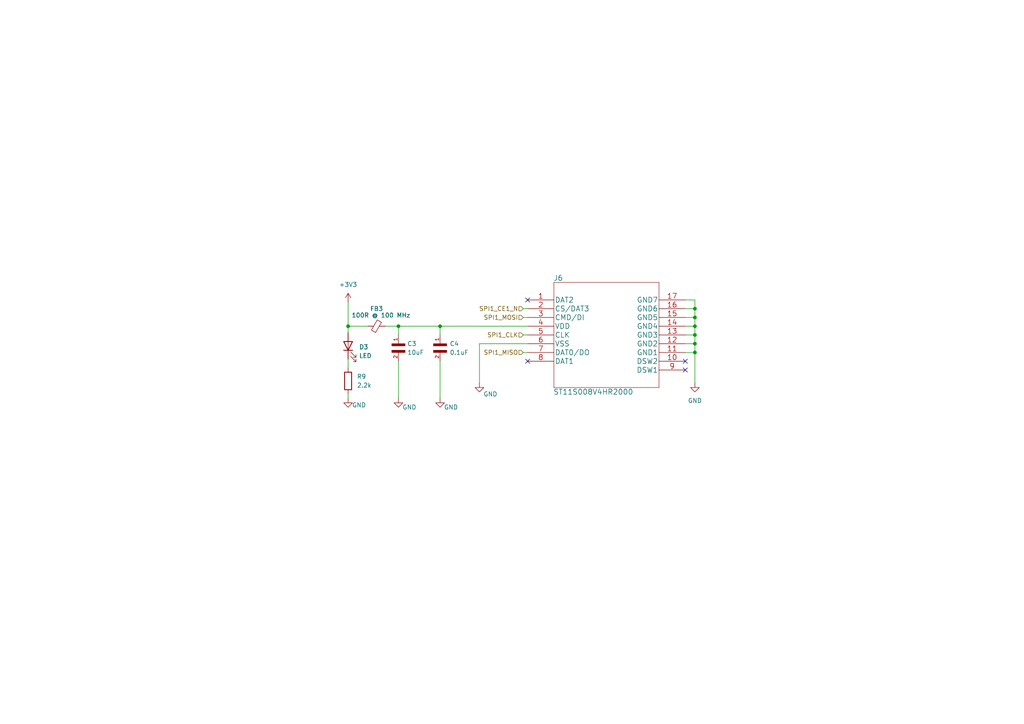
<source format=kicad_sch>
(kicad_sch (version 20211123) (generator eeschema)
  (paper "A4")
  (lib_symbols
    (symbol "Buffer:ST11S008V4HR2000" (pin_names (offset 0.254))
      (property "Reference" "J2" (at 22.86 10.414 0))
      (property "Value" "ST11S008V4HR2000" (at 22.86 6.604 0))
      (symbol "ST11S008V4HR2000_1_1"
        (polyline (pts (xy 7.62 -25.4) (xy 38.1 -25.4)) (stroke (width 0.127)))
        (polyline (pts (xy 7.62 5.08) (xy 7.62 -25.4)) (stroke (width 0.127)))
        (polyline (pts (xy 38.1 -25.4) (xy 38.1 5.08)) (stroke (width 0.127)))
        (polyline (pts (xy 38.1 5.08) (xy 7.62 5.08)) (stroke (width 0.127)))
        (pin bidirectional line (at 0 0 0) (length 7.62) (name "DAT2") (number "1"))
        (pin bidirectional line (at 45.72 -17.78 180) (length 7.62) (name "DSW2") (number "10"))
        (pin power_in line (at 45.72 -15.24 180) (length 7.62) (name "GND1") (number "11"))
        (pin power_in line (at 45.72 -12.7 180) (length 7.62) (name "GND2") (number "12"))
        (pin power_in line (at 45.72 -10.16 180) (length 7.62) (name "GND3") (number "13"))
        (pin power_in line (at 45.72 -7.62 180) (length 7.62) (name "GND4") (number "14"))
        (pin power_in line (at 45.72 -5.08 180) (length 7.62) (name "GND5") (number "15"))
        (pin power_in line (at 45.72 -2.54 180) (length 7.62) (name "GND6") (number "16"))
        (pin power_in line (at 45.72 0 180) (length 7.62) (name "GND7") (number "17"))
        (pin unspecified line (at 0 -2.54 0) (length 7.62) (name "CS/DAT3") (number "2"))
        (pin unspecified line (at 0 -5.08 0) (length 7.62) (name "CMD/DI") (number "3"))
        (pin power_in line (at 0 -7.62 0) (length 7.62) (name "VDD") (number "4"))
        (pin unspecified line (at 0 -10.16 0) (length 7.62) (name "CLK") (number "5"))
        (pin power_in line (at 0 -12.7 0) (length 7.62) (name "VSS") (number "6"))
        (pin bidirectional line (at 0 -15.24 0) (length 7.62) (name "DAT0/DO") (number "7"))
        (pin bidirectional line (at 0 -17.78 0) (length 7.62) (name "DAT1") (number "8"))
        (pin bidirectional line (at 45.72 -20.32 180) (length 7.62) (name "DSW1") (number "9"))
      )
    )
    (symbol "Daughterboard_Symbols:CL10B104KB8NNNL" (pin_names (offset 1.016) hide)
      (property "Reference" "C" (at 0 3.81 0))
      (property "Value" "CL10B104KB8NNNL" (at 0 -5.08 0))
      (symbol "CL10B104KB8NNNL_0_0"
        (rectangle (start 0 -1.905) (end 0.635 1.905) (fill (type outline)))
        (rectangle (start 1.905 -1.905) (end 2.54 1.905) (fill (type outline)))
        (pin passive line (at -2.54 0 0) (length 2.54) (name "~") (number "1"))
        (pin passive line (at 5.08 0 180) (length 2.54) (name "~") (number "2"))
      )
    )
    (symbol "Device:FerriteBead_Small" (pin_numbers hide) (pin_names (offset 0))
      (property "Reference" "FB" (at 1.905 1.27 0))
      (property "Value" "FerriteBead_Small" (at 1.905 -1.27 0))
      (symbol "FerriteBead_Small_0_1"
        (polyline (pts (xy 0 -1.27) (xy 0 -0.7874)))
        (polyline (pts (xy 0 0.889) (xy 0 1.2954)))
        (polyline (pts (xy -1.8288 0.2794) (xy -1.1176 1.4986) (xy 1.8288 -0.2032) (xy 1.1176 -1.4224) (xy -1.8288 0.2794)))
      )
      (symbol "FerriteBead_Small_1_1"
        (pin passive line (at 0 2.54 270) (length 1.27) (name "~") (number "1"))
        (pin passive line (at 0 -2.54 90) (length 1.27) (name "~") (number "2"))
      )
    )
    (symbol "Device:LED" (pin_numbers hide) (pin_names (offset 1.016) hide)
      (property "Reference" "D" (at 0 2.54 0))
      (property "Value" "LED" (at 0 -2.54 0))
      (symbol "LED_0_1"
        (polyline (pts (xy -1.27 -1.27) (xy -1.27 1.27)) (stroke (width 0.254)))
        (polyline (pts (xy -1.27 0) (xy 1.27 0)))
        (polyline (pts (xy 1.27 -1.27) (xy 1.27 1.27) (xy -1.27 0) (xy 1.27 -1.27)) (stroke (width 0.254)))
        (polyline (pts (xy -3.048 -0.762) (xy -4.572 -2.286) (xy -3.81 -2.286) (xy -4.572 -2.286) (xy -4.572 -1.524)))
        (polyline (pts (xy -1.778 -0.762) (xy -3.302 -2.286) (xy -2.54 -2.286) (xy -3.302 -2.286) (xy -3.302 -1.524)))
      )
      (symbol "LED_1_1"
        (pin passive line (at -3.81 0 0) (length 2.54) (name "K") (number "1"))
        (pin passive line (at 3.81 0 180) (length 2.54) (name "A") (number "2"))
      )
    )
    (symbol "Device:R" (pin_numbers hide) (pin_names (offset 0))
      (property "Reference" "R" (at 2.032 0 90))
      (property "Value" "R" (at 0 0 90))
      (symbol "R_0_1"
        (rectangle (start -1.016 -2.54) (end 1.016 2.54) (stroke (width 0.254)))
      )
      (symbol "R_1_1"
        (pin passive line (at 0 3.81 270) (length 1.27) (name "~") (number "1"))
        (pin passive line (at 0 -3.81 90) (length 1.27) (name "~") (number "2"))
      )
    )
    (symbol "power:+3V3" (power) (pin_names (offset 0))
      (property "Value" "+3V3" (at 0 3.556 0))
      (symbol "+3V3_0_1"
        (polyline (pts (xy -0.762 1.27) (xy 0 2.54)))
        (polyline (pts (xy 0 0) (xy 0 2.54)))
        (polyline (pts (xy 0 2.54) (xy 0.762 1.27)))
      )
      (symbol "+3V3_1_1"
        (pin power_in line (at 0 0 90) (length 0) hide (name "+3V3") (number "1"))
      )
    )
    (symbol "power:GND" (power) (pin_names (offset 0))
      (property "Value" "GND" (at 0 -3.81 0))
      (symbol "GND_0_1"
        (polyline (pts (xy 0 0) (xy 0 -1.27) (xy 1.27 -1.27) (xy 0 -2.54) (xy -1.27 -1.27) (xy 0 -1.27)))
      )
      (symbol "GND_1_1"
        (pin power_in line (at 0 0 270) (length 0) hide (name "GND") (number "1"))
      )
    )
  )
  (junction (at 201.549 92.075))
  (junction (at 201.549 99.695))
  (junction (at 115.57 94.615))
  (junction (at 127.635 94.615))
  (junction (at 201.549 102.235))
  (junction (at 100.965 94.615))
  (junction (at 201.549 89.535))
  (junction (at 201.549 97.155))
  (junction (at 201.549 94.615))
  (no_connect (at 198.755 104.775))
  (no_connect (at 153.035 86.995))
  (no_connect (at 153.035 104.775))
  (no_connect (at 198.755 107.315))
  (wire (pts (xy 100.965 114.3) (xy 100.965 115.57)))
  (wire (pts (xy 139.065 99.695) (xy 139.065 111.125)))
  (wire (pts (xy 201.549 102.235) (xy 201.549 111.125)))
  (wire (pts (xy 198.755 97.155) (xy 201.549 97.155)))
  (wire (pts (xy 153.035 99.695) (xy 139.065 99.695)))
  (wire (pts (xy 100.965 104.14) (xy 100.965 106.68)))
  (wire (pts (xy 198.755 92.075) (xy 201.549 92.075)))
  (wire (pts (xy 100.965 94.615) (xy 106.68 94.615)))
  (wire (pts (xy 151.765 89.535) (xy 153.035 89.535)))
  (wire (pts (xy 115.57 94.615) (xy 127.635 94.615)))
  (wire (pts (xy 198.755 102.235) (xy 201.549 102.235)))
  (wire (pts (xy 201.549 94.615) (xy 201.549 97.155)))
  (wire (pts (xy 201.549 99.695) (xy 201.549 102.235)))
  (wire (pts (xy 111.76 94.615) (xy 115.57 94.615)))
  (wire (pts (xy 127.635 104.775) (xy 127.635 115.57)))
  (wire (pts (xy 198.755 99.695) (xy 201.549 99.695)))
  (wire (pts (xy 201.549 89.535) (xy 201.549 92.075)))
  (wire (pts (xy 127.635 94.615) (xy 127.635 97.155)))
  (wire (pts (xy 151.765 97.155) (xy 153.035 97.155)))
  (wire (pts (xy 198.755 86.995) (xy 201.549 86.995)))
  (wire (pts (xy 115.57 94.615) (xy 115.57 97.155)))
  (wire (pts (xy 100.965 87.63) (xy 100.965 94.615)))
  (wire (pts (xy 201.549 92.075) (xy 201.549 94.615)))
  (wire (pts (xy 115.57 104.775) (xy 115.57 115.57)))
  (wire (pts (xy 100.965 94.615) (xy 100.965 96.52)))
  (wire (pts (xy 201.549 97.155) (xy 201.549 99.695)))
  (wire (pts (xy 151.765 102.235) (xy 153.035 102.235)))
  (wire (pts (xy 198.755 94.615) (xy 201.549 94.615)))
  (wire (pts (xy 151.765 92.075) (xy 153.035 92.075)))
  (wire (pts (xy 127.635 94.615) (xy 153.035 94.615)))
  (wire (pts (xy 201.549 86.995) (xy 201.549 89.535)))
  (wire (pts (xy 198.755 89.535) (xy 201.549 89.535)))
  (hierarchical_label "SPI1_MOSI" (shape input) (at 151.765 92.075 180))
  (hierarchical_label "SPI1_CLK" (shape input) (at 151.765 97.155 180))
  (hierarchical_label "SPI1_CE1_N" (shape input) (at 151.765 89.535 180))
  (hierarchical_label "SPI1_MISO" (shape input) (at 151.765 102.235 180))
  (symbol (lib_id "power:GND") (at 201.549 111.125 0) (unit 1)
    (property "Reference" "#PWR0140" (effects hide))
    (property "Value" "GND" (at 201.549 116.205 0))
  )
  (symbol (lib_id "power:GND") (at 127.635 115.57 0) (unit 1)
    (property "Reference" "#PWR0138" (effects hide))
    (property "Value" "GND" (at 130.81 118.11 0))
  )
  (symbol (lib_id "Device:LED") (at 100.965 100.33 90) (unit 1)
    (property "Reference" "D3" (at 104.14 100.6474 90) (effects (justify right)))
    (property "Value" "LED" (at 104.14 103.1874 90) (effects (justify right)))
    (property "Footprint" "LED_SMD:LED_0603_1608Metric" (effects hide))
  )
  (symbol (lib_id "Daughterboard_Symbols:CL10B104KB8NNNL") (at 115.57 99.695 270) (unit 1)
    (property "Reference" "C3" (at 118.11 99.6949 90) (effects (justify left)))
    (property "Value" "10uF" (at 118.11 102.2349 90) (effects (justify left)))
    (property "Footprint" "Capacitor_SMD:C_0603_1608Metric" (effects hide))
  )
  (symbol (lib_id "power:GND") (at 100.965 115.57 0) (unit 1)
    (property "Reference" "#PWR0130" (effects hide))
    (property "Value" "GND" (at 104.14 117.475 0))
  )
  (symbol (lib_id "Device:R") (at 100.965 110.49 0) (unit 1)
    (property "Reference" "R9" (at 103.505 109.2199 0) (effects (justify left)))
    (property "Value" "2.2k" (at 103.505 111.7599 0) (effects (justify left)))
    (property "Footprint" "Resistor_SMD:R_0603_1608Metric" (effects hide))
  )
  (symbol (lib_id "power:GND") (at 139.065 111.125 0) (unit 1)
    (property "Reference" "#PWR0139" (effects hide))
    (property "Value" "GND" (at 142.24 114.3 0))
  )
  (symbol (lib_id "Daughterboard_Symbols:CL10B104KB8NNNL") (at 127.635 99.695 270) (unit 1)
    (property "Reference" "C4" (at 130.429 99.6949 90) (effects (justify left)))
    (property "Value" "0.1uF" (at 130.429 102.2349 90) (effects (justify left)))
    (property "Footprint" "Capacitor_SMD:C_0603_1608Metric" (effects hide))
  )
  (symbol (lib_id "Buffer:ST11S008V4HR2000") (at 153.035 86.995 0) (unit 1)
    (property "Reference" "J6" (at 161.925 80.645 0) (effects (font (size 1.524 1.524))))
    (property "Value" "ST11S008V4HR2000" (at 172.085 113.665 0) (effects (font (size 1.524 1.524))))
    (property "Footprint" "qset-footprints:ST11S008V4HR2000" (effects hide))
  )
  (symbol (lib_id "Device:FerriteBead_Small") (at 109.22 94.615 90) (unit 1)
    (property "Reference" "FB3" (at 109.22 89.535 90))
    (property "Value" "100R @ 100 MHz" (at 110.49 91.44 90))
    (property "Footprint" "Inductor_SMD:L_0603_1608Metric" (effects hide))
  )
  (symbol (lib_id "power:+3V3") (at 100.965 87.63 0) (unit 1)
    (property "Reference" "#PWR0148" (effects hide))
    (property "Value" "+3V3" (at 100.965 82.55 0))
  )
  (symbol (lib_id "power:GND") (at 115.57 115.57 0) (unit 1)
    (property "Reference" "#PWR0137" (effects hide))
    (property "Value" "GND" (at 118.745 118.11 0))
  )
)
</source>
